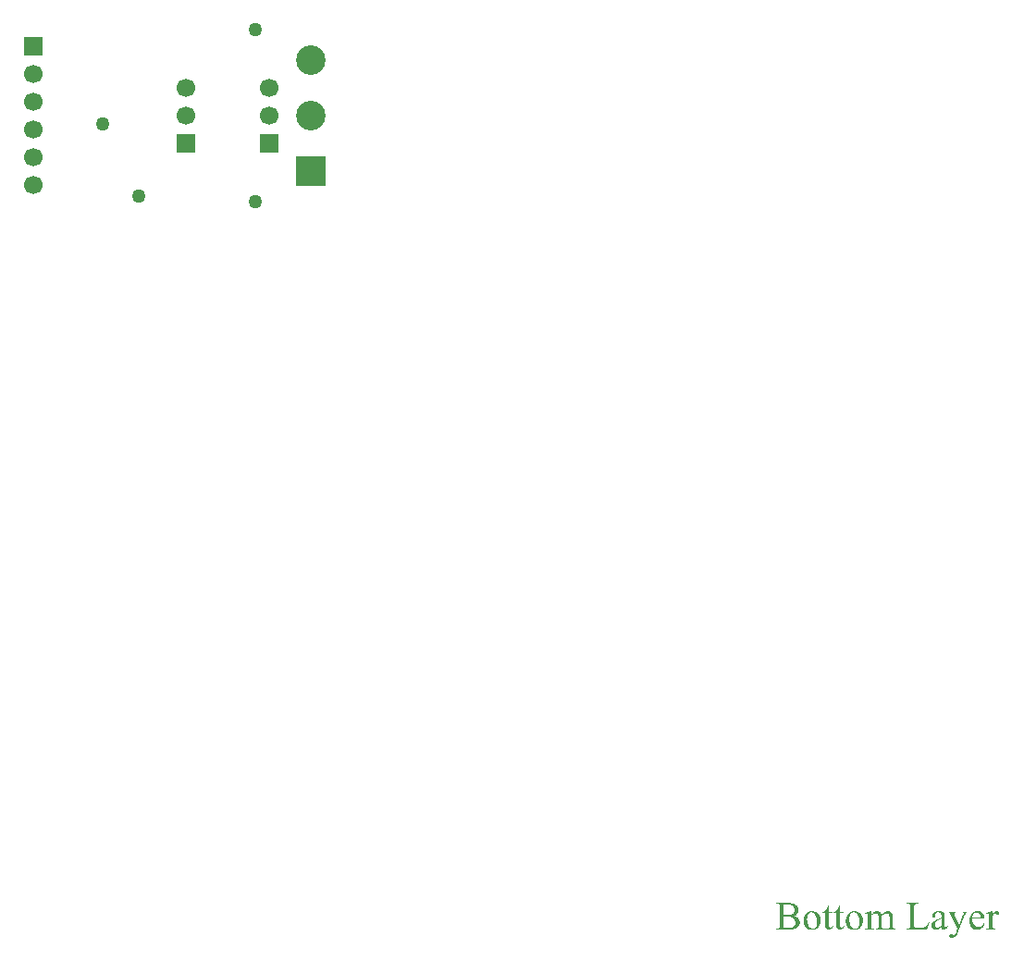
<source format=gbr>
%TF.GenerationSoftware,Altium Limited,Altium Designer,21.3.0 (21)*%
G04 Layer_Physical_Order=2*
G04 Layer_Color=16711680*
%FSLAX45Y45*%
%MOMM*%
%TF.SameCoordinates,798F48EE-B9F3-42F3-8741-5E889E50E555*%
%TF.FilePolarity,Positive*%
%TF.FileFunction,Copper,L2,Bot,Signal*%
%TF.Part,Single*%
G01*
G75*
%TA.AperFunction,ComponentPad*%
%ADD17C,2.70000*%
%ADD18R,2.70000X2.70000*%
%ADD19C,1.70000*%
%ADD20R,1.70000X1.70000*%
%ADD21R,1.70000X1.70000*%
%TA.AperFunction,ViaPad*%
%ADD22C,1.27000*%
G36*
X31001965Y12532677D02*
X31005014Y12532338D01*
X31008401Y12531323D01*
X31012463Y12530307D01*
X31016187Y12528614D01*
X31020251Y12526244D01*
X31020587Y12525905D01*
X31021942Y12524890D01*
X31023636Y12523197D01*
X31026007Y12520827D01*
X31028714Y12517779D01*
X31031424Y12514055D01*
X31034131Y12509653D01*
X31036502Y12504236D01*
X31036841Y12503898D01*
X31037180Y12502205D01*
X31037857Y12499835D01*
X31038531Y12496110D01*
X31039209Y12491709D01*
X31039886Y12485953D01*
X31040564Y12479520D01*
Y12471732D01*
Y12401307D01*
Y12400630D01*
Y12398937D01*
Y12396228D01*
X31040903Y12392843D01*
X31041580Y12385732D01*
X31041919Y12382685D01*
X31042596Y12379977D01*
X31042935Y12379299D01*
X31044290Y12377606D01*
X31046320Y12375575D01*
X31049368Y12373205D01*
X31049707D01*
X31050385Y12372866D01*
X31051398Y12372528D01*
X31053091Y12371851D01*
X31055124Y12371512D01*
X31057831Y12370835D01*
X31061218Y12370496D01*
X31064944D01*
Y12364063D01*
X30984360D01*
Y12370496D01*
X30989438D01*
X30991470Y12370835D01*
X30993839Y12371173D01*
X30998920Y12372189D01*
X31001627Y12373205D01*
X31003998Y12374559D01*
X31004337D01*
X31004675Y12375236D01*
X31006369Y12376591D01*
X31008060Y12379638D01*
X31009076Y12381331D01*
X31009753Y12383701D01*
Y12384039D01*
X31010092Y12384378D01*
Y12385394D01*
X31010431Y12387087D01*
Y12389457D01*
X31010770Y12392504D01*
Y12396228D01*
Y12401307D01*
Y12471394D01*
Y12471732D01*
Y12472409D01*
Y12473425D01*
Y12474779D01*
X31010431Y12478165D01*
X31010092Y12482567D01*
X31009415Y12486968D01*
X31008737Y12491709D01*
X31007385Y12496110D01*
X31005692Y12499835D01*
X31005353Y12500173D01*
X31004337Y12501527D01*
X31002643Y12503559D01*
X31000275Y12505590D01*
X30997226Y12507622D01*
X30993164Y12509653D01*
X30988763Y12511008D01*
X30983344Y12511346D01*
X30981653D01*
X30979959Y12511008D01*
X30977249Y12510669D01*
X30974542Y12509992D01*
X30971155Y12509315D01*
X30967770Y12507961D01*
X30964044Y12506268D01*
X30963708Y12505929D01*
X30962354Y12505252D01*
X30960321Y12504236D01*
X30957611Y12502205D01*
X30954227Y12499835D01*
X30950500Y12496787D01*
X30945761Y12493063D01*
X30941022Y12488661D01*
X30940683Y12486968D01*
X30941360Y12479181D01*
Y12401307D01*
Y12400969D01*
Y12400630D01*
Y12398599D01*
Y12395551D01*
X30941699Y12392165D01*
Y12388441D01*
X30942038Y12385055D01*
X30942377Y12382008D01*
X30943054Y12379977D01*
X30943393Y12379299D01*
X30944745Y12377606D01*
X30946777Y12375575D01*
X30950162Y12373205D01*
X30950500D01*
X30951178Y12372866D01*
X30952533Y12372528D01*
X30954227Y12371851D01*
X30956595Y12371512D01*
X30959644Y12370835D01*
X30963367Y12370496D01*
X30967770D01*
Y12364063D01*
X30885156D01*
Y12370496D01*
X30887186D01*
X30889557Y12370835D01*
X30892267D01*
X30898361Y12371851D01*
X30901068Y12372528D01*
X30903439Y12373543D01*
X30903778D01*
X30904117Y12374221D01*
X30906149Y12375914D01*
X30908517Y12378961D01*
X30910550Y12383362D01*
Y12383701D01*
X30910889Y12384039D01*
Y12385055D01*
X30911227Y12386748D01*
Y12389118D01*
X30911566Y12392165D01*
Y12396228D01*
Y12401307D01*
Y12471394D01*
Y12471732D01*
Y12472409D01*
Y12473425D01*
Y12474779D01*
X30911227Y12478165D01*
X30910889Y12482567D01*
X30910211Y12487307D01*
X30908856Y12492047D01*
X30907501Y12496449D01*
X30905472Y12500173D01*
X30905133Y12500850D01*
X30904117Y12502205D01*
X30902423Y12503898D01*
X30899716Y12506268D01*
X30896667Y12508299D01*
X30892944Y12510331D01*
X30888541Y12511685D01*
X30883463Y12512023D01*
X30881769D01*
X30880078Y12511685D01*
X30877707Y12511346D01*
X30874661Y12510669D01*
X30871613Y12509653D01*
X30867889Y12508299D01*
X30864502Y12506606D01*
X30863824Y12506268D01*
X30862131Y12505252D01*
X30859424Y12503559D01*
X30856039Y12501527D01*
X30852313Y12498819D01*
X30848590Y12495772D01*
X30845203Y12492386D01*
X30841818Y12488661D01*
Y12401307D01*
Y12400969D01*
Y12400630D01*
Y12398599D01*
Y12395890D01*
X30842157Y12392504D01*
Y12389118D01*
X30842834Y12385394D01*
X30843170Y12382347D01*
X30843848Y12379977D01*
Y12379638D01*
X30844186Y12379299D01*
X30845541Y12377268D01*
X30847574Y12374898D01*
X30850281Y12372866D01*
X30850620D01*
X30851297Y12372528D01*
X30852313Y12372189D01*
X30854346Y12371851D01*
X30856714Y12371173D01*
X30859763Y12370835D01*
X30863486Y12370496D01*
X30868228D01*
Y12364063D01*
X30786966D01*
Y12370496D01*
X30790692D01*
X30793060Y12370835D01*
X30798141Y12371512D01*
X30800510Y12372189D01*
X30802542Y12372866D01*
X30802881D01*
X30803220Y12373205D01*
X30805249Y12374559D01*
X30807620Y12376929D01*
X30809653Y12380315D01*
Y12380654D01*
X30809991Y12381331D01*
X30810330Y12383024D01*
X30811005Y12385055D01*
X30811346Y12387764D01*
X30811682Y12391488D01*
X30812021Y12395890D01*
Y12401307D01*
Y12463945D01*
Y12464283D01*
Y12464961D01*
Y12466315D01*
Y12468346D01*
Y12470378D01*
Y12472748D01*
X30811682Y12478504D01*
Y12484260D01*
X30811346Y12490016D01*
X30811005Y12495094D01*
X30810669Y12497126D01*
X30810330Y12498819D01*
Y12499157D01*
X30809991Y12499835D01*
X30809314Y12501866D01*
X30807959Y12504575D01*
X30807281Y12505590D01*
X30806265Y12506606D01*
X30805927Y12506945D01*
X30804236Y12507961D01*
X30801865Y12508638D01*
X30798816Y12508976D01*
X30796786D01*
X30795432Y12508638D01*
X30791708Y12507961D01*
X30786627Y12506606D01*
X30784259Y12513039D01*
X30834030Y12533016D01*
X30841818D01*
Y12497803D01*
X30842157Y12498142D01*
X30842493Y12498480D01*
X30844525Y12500512D01*
X30847574Y12503559D01*
X30850958Y12507283D01*
X30854684Y12510669D01*
X30858069Y12514055D01*
X30860779Y12516764D01*
X30862131Y12517779D01*
X30862808Y12518457D01*
X30863147Y12518795D01*
X30864163Y12519472D01*
X30865857Y12520827D01*
X30867889Y12522181D01*
X30870258Y12523874D01*
X30873306Y12525905D01*
X30879739Y12528953D01*
X30880078Y12529291D01*
X30881430Y12529630D01*
X30883124Y12530307D01*
X30885495Y12530984D01*
X30888541Y12531661D01*
X30891589Y12532338D01*
X30894974Y12533016D01*
X30901068D01*
X30903778Y12532677D01*
X30907501Y12532000D01*
X30911566Y12530645D01*
X30915967Y12529291D01*
X30920367Y12526921D01*
X30924771Y12523874D01*
X30925107Y12523535D01*
X30926462Y12522181D01*
X30928494Y12520149D01*
X30930865Y12517102D01*
X30933234Y12513378D01*
X30935944Y12508976D01*
X30937973Y12503898D01*
X30939667Y12497803D01*
X30940005Y12498142D01*
X30940344Y12498819D01*
X30941360Y12499835D01*
X30942715Y12501189D01*
X30946100Y12504913D01*
X30950500Y12509653D01*
X30955582Y12514394D01*
X30960660Y12518795D01*
X30965738Y12523197D01*
X30968448Y12524890D01*
X30970816Y12526244D01*
X30971494Y12526583D01*
X30973187Y12527260D01*
X30975558Y12528275D01*
X30978943Y12529630D01*
X30983005Y12530984D01*
X30987408Y12532000D01*
X30992148Y12532677D01*
X30997226Y12533016D01*
X30999258D01*
X31001965Y12532677D01*
D02*
G37*
G36*
X31996719D02*
X31999091Y12532338D01*
X32001462Y12531661D01*
X32004507Y12530307D01*
X32007217Y12528953D01*
X32009586Y12526921D01*
X32009924Y12526583D01*
X32010602Y12525905D01*
X32011618Y12524551D01*
X32012973Y12522858D01*
X32014328Y12520827D01*
X32015341Y12518457D01*
X32016019Y12515748D01*
X32016357Y12513039D01*
Y12512701D01*
Y12512023D01*
X32016019Y12510669D01*
X32015680Y12508976D01*
X32014328Y12504913D01*
X32013312Y12503220D01*
X32011618Y12501189D01*
X32011279Y12500850D01*
X32010941Y12500512D01*
X32009924Y12499835D01*
X32008572Y12498819D01*
X32004846Y12497126D01*
X32002814Y12496787D01*
X32000446Y12496449D01*
X31999429D01*
X31998074Y12496787D01*
X31996381Y12497126D01*
X31994012Y12497803D01*
X31991641Y12499157D01*
X31988934Y12500512D01*
X31986224Y12502543D01*
X31985886Y12502882D01*
X31984869Y12503559D01*
X31983517Y12504575D01*
X31981824Y12505929D01*
X31978098Y12507961D01*
X31976404Y12508638D01*
X31974713Y12508976D01*
X31974036D01*
X31972681Y12508638D01*
X31970651Y12507283D01*
X31969296Y12506606D01*
X31967941Y12505252D01*
X31967603Y12504913D01*
X31966586Y12503898D01*
X31964893Y12501866D01*
X31962863Y12499496D01*
X31960492Y12496110D01*
X31957446Y12491709D01*
X31954398Y12486630D01*
X31951349Y12480874D01*
Y12402323D01*
Y12401646D01*
Y12399953D01*
X31951688Y12397583D01*
Y12394536D01*
X31952704Y12387764D01*
X31953720Y12384378D01*
X31954736Y12381669D01*
Y12381331D01*
X31955075Y12380992D01*
X31956769Y12378961D01*
X31959137Y12376252D01*
X31962863Y12373543D01*
X31963202D01*
X31963879Y12373205D01*
X31965231Y12372528D01*
X31967264Y12372189D01*
X31969635Y12371512D01*
X31972681Y12370835D01*
X31976068Y12370496D01*
X31980130D01*
Y12364063D01*
X31895822D01*
Y12370496D01*
X31897855D01*
X31899887Y12370835D01*
X31902594D01*
X31908688Y12372189D01*
X31911737Y12372866D01*
X31914105Y12374221D01*
X31914444D01*
X31914783Y12374898D01*
X31916815Y12376591D01*
X31918848Y12379638D01*
X31920538Y12383701D01*
Y12384039D01*
X31920877Y12384378D01*
Y12385394D01*
X31921216Y12387087D01*
Y12389457D01*
X31921555Y12392504D01*
Y12396228D01*
Y12401307D01*
Y12464622D01*
Y12464961D01*
Y12465976D01*
Y12467331D01*
Y12469024D01*
Y12471394D01*
Y12473764D01*
Y12479520D01*
X31921216Y12485276D01*
X31920877Y12491031D01*
Y12493401D01*
X31920538Y12495433D01*
Y12497126D01*
X31920200Y12498480D01*
Y12498819D01*
X31919861Y12499496D01*
X31919186Y12501527D01*
X31917831Y12504236D01*
X31915799Y12506606D01*
X31915121Y12506945D01*
X31913766Y12507961D01*
X31911398Y12508638D01*
X31908011Y12508976D01*
X31905981D01*
X31904288Y12508638D01*
X31900562Y12507961D01*
X31895483Y12506606D01*
X31893790Y12513039D01*
X31943564Y12533016D01*
X31951349D01*
Y12495772D01*
X31951688Y12496110D01*
X31952365Y12497464D01*
X31953381Y12499157D01*
X31954736Y12501527D01*
X31956769Y12504575D01*
X31958798Y12507622D01*
X31964215Y12514394D01*
X31970651Y12521165D01*
X31974036Y12524551D01*
X31977759Y12527260D01*
X31981485Y12529630D01*
X31985208Y12531323D01*
X31989273Y12532677D01*
X31993335Y12533016D01*
X31995026D01*
X31996719Y12532677D01*
D02*
G37*
G36*
X31726532Y12521842D02*
X31726193D01*
X31725516Y12521504D01*
X31724161D01*
X31722809Y12521165D01*
X31719421Y12520149D01*
X31716373Y12518795D01*
X31715698Y12518457D01*
X31714005Y12517102D01*
X31711633Y12514394D01*
X31709940Y12512701D01*
X31708588Y12510669D01*
X31708249Y12509992D01*
X31707910Y12509315D01*
X31707233Y12507961D01*
X31706216Y12506268D01*
X31705200Y12503898D01*
X31704187Y12500850D01*
X31702493Y12497126D01*
X31635452Y12333252D01*
Y12332914D01*
X31635114Y12332236D01*
X31634439Y12330882D01*
X31633759Y12329528D01*
X31632745Y12327496D01*
X31631729Y12325126D01*
X31628683Y12320047D01*
X31624957Y12313953D01*
X31620895Y12308197D01*
X31615817Y12302441D01*
X31610059Y12297363D01*
X31609384Y12296685D01*
X31607352Y12295331D01*
X31604303Y12293300D01*
X31600580Y12291268D01*
X31595840Y12288898D01*
X31591098Y12286866D01*
X31585681Y12285512D01*
X31580264Y12284835D01*
X31578571D01*
X31576541Y12285174D01*
X31574170Y12285512D01*
X31571460Y12286528D01*
X31568414Y12287544D01*
X31565704Y12289237D01*
X31562997Y12291268D01*
X31562659Y12291607D01*
X31561981Y12292284D01*
X31560965Y12293638D01*
X31559610Y12295331D01*
X31558258Y12297363D01*
X31557242Y12299733D01*
X31556564Y12302441D01*
X31556226Y12305150D01*
Y12305488D01*
Y12306504D01*
X31556564Y12307859D01*
X31556903Y12309551D01*
X31558258Y12313614D01*
X31559271Y12315307D01*
X31560965Y12317339D01*
X31561304Y12317677D01*
X31561981Y12318016D01*
X31562997Y12318693D01*
X31564352Y12319709D01*
X31566382Y12320386D01*
X31568753Y12321063D01*
X31571460Y12321402D01*
X31574509Y12321740D01*
X31575525D01*
X31576880Y12321402D01*
X31578571D01*
X31580942Y12320725D01*
X31583649Y12320047D01*
X31586697Y12319370D01*
X31590421Y12318016D01*
X31590762D01*
X31591437Y12317677D01*
X31592792Y12317339D01*
X31594147Y12316662D01*
X31597195Y12315646D01*
X31598209Y12315307D01*
X31600241D01*
X31601257Y12315646D01*
X31602612Y12315985D01*
X31604642Y12316662D01*
X31606674Y12317677D01*
X31608704Y12319032D01*
X31611075Y12321063D01*
X31611414Y12321402D01*
X31612091Y12322079D01*
X31613446Y12323772D01*
X31615137Y12325803D01*
X31617169Y12328512D01*
X31619202Y12332236D01*
X31621573Y12336977D01*
X31623941Y12342394D01*
X31635452Y12370835D01*
X31576541Y12494079D01*
Y12494417D01*
X31576202Y12495094D01*
X31575525Y12496449D01*
X31574509Y12498142D01*
X31573154Y12500173D01*
X31571799Y12502543D01*
X31568076Y12507961D01*
X31567737Y12508299D01*
X31567398Y12508976D01*
X31566382Y12509992D01*
X31565366Y12511346D01*
X31562997Y12514394D01*
X31561642Y12515748D01*
X31560626Y12516764D01*
X31560287D01*
X31559949Y12517102D01*
X31558932Y12517779D01*
X31557581Y12518457D01*
X31555548Y12519134D01*
X31553516Y12520149D01*
X31550470Y12520827D01*
X31547421Y12521842D01*
Y12528275D01*
X31623941D01*
Y12521842D01*
X31618863D01*
X31617508Y12521504D01*
X31615817D01*
X31611752Y12520149D01*
X31609720Y12519472D01*
X31608029Y12518118D01*
X31607352Y12517441D01*
X31605997Y12515748D01*
X31604642Y12513039D01*
X31604303Y12511346D01*
X31603964Y12509315D01*
Y12508976D01*
Y12507961D01*
X31604303Y12506606D01*
X31604642Y12504236D01*
X31605319Y12501527D01*
X31606674Y12498480D01*
X31608029Y12494417D01*
X31610059Y12490016D01*
X31650012Y12407063D01*
X31686917Y12497803D01*
Y12498142D01*
X31687256Y12499157D01*
X31687933Y12500512D01*
X31688611Y12502543D01*
X31689627Y12506945D01*
X31689966Y12512362D01*
Y12513039D01*
Y12514394D01*
X31689288Y12516086D01*
X31688611Y12517441D01*
X31688272Y12517779D01*
X31687595Y12518457D01*
X31686240Y12519472D01*
X31684210Y12520488D01*
X31683533Y12520827D01*
X31682855D01*
X31681839Y12521165D01*
X31680145Y12521504D01*
X31678452D01*
X31676083Y12521842D01*
X31673376D01*
Y12528275D01*
X31726532D01*
Y12521842D01*
D02*
G37*
G36*
X31275879Y12600393D02*
X31272833D01*
X31269107Y12600055D01*
X31265045D01*
X31260641Y12599378D01*
X31255902Y12598700D01*
X31251840Y12598023D01*
X31248453Y12596669D01*
X31248117D01*
X31247101Y12595992D01*
X31245746Y12595315D01*
X31244391Y12593960D01*
X31240668Y12591252D01*
X31239313Y12589220D01*
X31237958Y12587189D01*
Y12586850D01*
X31237619Y12586173D01*
X31237280Y12584480D01*
X31236603Y12581771D01*
X31236264Y12578386D01*
X31235587Y12573645D01*
Y12570937D01*
X31235248Y12567890D01*
Y12564165D01*
Y12560441D01*
Y12407402D01*
Y12406724D01*
Y12405032D01*
Y12402323D01*
X31235587Y12399276D01*
X31236264Y12392504D01*
X31236942Y12389457D01*
X31237958Y12386748D01*
X31238297Y12386071D01*
X31239651Y12384717D01*
X31241684Y12383024D01*
X31244391Y12381331D01*
X31244730D01*
X31245407Y12380992D01*
X31247101Y12380654D01*
X31249808D01*
X31253195Y12380315D01*
X31255563Y12379977D01*
X31258273D01*
X31261319Y12379638D01*
X31297211D01*
X31299918Y12379977D01*
X31305673Y12380315D01*
X31312109Y12380654D01*
X31318542Y12381331D01*
X31324634Y12382347D01*
X31327005Y12383024D01*
X31329376Y12383701D01*
X31330051Y12384039D01*
X31331406Y12384378D01*
X31333438Y12385394D01*
X31336148Y12387087D01*
X31339532Y12389118D01*
X31342920Y12391488D01*
X31346643Y12394536D01*
X31350031Y12398260D01*
X31350366Y12398599D01*
X31351721Y12400291D01*
X31353415Y12402662D01*
X31356122Y12406386D01*
X31358832Y12411126D01*
X31361880Y12416543D01*
X31365604Y12423654D01*
X31368988Y12431441D01*
X31374744Y12430087D01*
X31354092Y12364063D01*
X31165839D01*
Y12370835D01*
X31177353D01*
X31180060Y12371512D01*
X31183109Y12372189D01*
X31186832Y12373205D01*
X31190558Y12374898D01*
X31193942Y12377268D01*
X31196652Y12380654D01*
X31196991Y12380992D01*
X31197327Y12382008D01*
X31198004Y12383701D01*
X31198682Y12386071D01*
X31199359Y12389795D01*
X31200037Y12394197D01*
X31200714Y12399953D01*
Y12403339D01*
Y12407063D01*
Y12564165D01*
Y12564504D01*
Y12565181D01*
Y12566197D01*
Y12567890D01*
X31200375Y12571614D01*
X31200037Y12576015D01*
X31199359Y12580756D01*
X31198682Y12585496D01*
X31197327Y12589559D01*
X31196652Y12590913D01*
X31195636Y12592267D01*
X31195297Y12592606D01*
X31194281Y12593622D01*
X31192587Y12594976D01*
X31190219Y12596330D01*
X31187509Y12597685D01*
X31183786Y12599039D01*
X31179382Y12600055D01*
X31174643Y12600393D01*
X31165839D01*
Y12607165D01*
X31275879D01*
Y12600393D01*
D02*
G37*
G36*
X30086780Y12606826D02*
X30093552Y12606488D01*
X30101001Y12606149D01*
X30109125Y12605472D01*
X30116913Y12604118D01*
X30124023Y12602763D01*
X30124362D01*
X30125378Y12602425D01*
X30126733Y12602086D01*
X30128424Y12601409D01*
X30130795Y12600732D01*
X30133167Y12599716D01*
X30139261Y12597346D01*
X30145694Y12594299D01*
X30152463Y12590236D01*
X30159235Y12585496D01*
X30164993Y12579740D01*
X30165329Y12579401D01*
X30165668Y12579063D01*
X30166345Y12578047D01*
X30167361Y12577031D01*
X30169394Y12573645D01*
X30172101Y12568905D01*
X30174811Y12563488D01*
X30176843Y12557055D01*
X30178534Y12549945D01*
X30179211Y12542157D01*
Y12541819D01*
Y12541480D01*
Y12540464D01*
Y12539110D01*
X30178534Y12535724D01*
X30177859Y12531323D01*
X30176505Y12526244D01*
X30174472Y12520488D01*
X30171762Y12515071D01*
X30168039Y12509315D01*
X30167361Y12508638D01*
X30166006Y12506945D01*
X30163300Y12504575D01*
X30159912Y12501189D01*
X30155173Y12497803D01*
X30149417Y12494417D01*
X30142984Y12491031D01*
X30135196Y12487984D01*
X30135535D01*
X30136212Y12487646D01*
X30137567Y12487307D01*
X30139261Y12486968D01*
X30141290Y12486291D01*
X30143661Y12485614D01*
X30149417Y12483921D01*
X30155511Y12481551D01*
X30161606Y12478842D01*
X30167700Y12475118D01*
X30172778Y12471055D01*
X30173117Y12470716D01*
X30173456Y12470378D01*
X30174472Y12469362D01*
X30175488Y12468008D01*
X30178195Y12464622D01*
X30181583Y12459882D01*
X30184967Y12453787D01*
X30187677Y12447016D01*
X30189709Y12439228D01*
X30190048Y12434827D01*
X30190384Y12430425D01*
Y12430087D01*
Y12429748D01*
Y12428732D01*
Y12427378D01*
X30189709Y12423992D01*
X30189032Y12419252D01*
X30187677Y12414173D01*
X30185645Y12408417D01*
X30182599Y12401984D01*
X30178873Y12395890D01*
Y12395551D01*
X30178195Y12395213D01*
X30176843Y12393181D01*
X30174133Y12390134D01*
X30170749Y12386748D01*
X30166006Y12382685D01*
X30160590Y12378622D01*
X30154495Y12374898D01*
X30147385Y12371512D01*
X30147046D01*
X30146371Y12371173D01*
X30145355Y12370835D01*
X30143661Y12370496D01*
X30141629Y12369819D01*
X30138922Y12369142D01*
X30135873Y12368465D01*
X30132150Y12367788D01*
X30128085Y12367110D01*
X30123685Y12366433D01*
X30118607Y12365756D01*
X30113190Y12365079D01*
X30107434Y12364740D01*
X30101001Y12364402D01*
X30093890Y12364063D01*
X29972000D01*
Y12370835D01*
X29983173D01*
X29985883Y12371512D01*
X29989267Y12372189D01*
X29992654Y12373205D01*
X29996378Y12374898D01*
X29999765Y12377268D01*
X30002472Y12380315D01*
X30002811Y12380654D01*
X30003149Y12381669D01*
X30003827Y12383362D01*
X30004843Y12386071D01*
X30005521Y12389457D01*
X30006198Y12394197D01*
X30006534Y12399953D01*
X30006873Y12403339D01*
Y12407063D01*
Y12564165D01*
Y12564504D01*
Y12565181D01*
Y12566197D01*
Y12567890D01*
X30006534Y12571614D01*
X30006198Y12576015D01*
X30005521Y12580756D01*
X30004504Y12585496D01*
X30003149Y12589559D01*
X30002472Y12590913D01*
X30001456Y12592267D01*
X30001117Y12592606D01*
X30000101Y12593622D01*
X29998749Y12594976D01*
X29996378Y12596330D01*
X29993332Y12597685D01*
X29989944Y12599039D01*
X29985544Y12600055D01*
X29980804Y12600393D01*
X29972000D01*
Y12607165D01*
X30084070D01*
X30086780Y12606826D01*
D02*
G37*
G36*
X30555038Y12528275D02*
X30593298D01*
Y12516086D01*
X30555038Y12515748D01*
Y12409095D01*
Y12408756D01*
Y12408417D01*
Y12406386D01*
X30555377Y12403677D01*
X30555716Y12400291D01*
X30556055Y12396567D01*
X30557071Y12393181D01*
X30558084Y12389795D01*
X30559439Y12387425D01*
X30559778Y12387087D01*
X30560117Y12386748D01*
X30561133Y12385732D01*
X30562488Y12384717D01*
X30566211Y12383024D01*
X30568582Y12382347D01*
X30570953Y12382008D01*
X30571967D01*
X30573322Y12382347D01*
X30574677D01*
X30578400Y12383362D01*
X30582462Y12385394D01*
X30582803Y12385732D01*
X30583478Y12386071D01*
X30584494Y12387087D01*
X30585849Y12388102D01*
X30587204Y12389795D01*
X30588559Y12391827D01*
X30589911Y12393858D01*
X30591266Y12396567D01*
X30598376D01*
Y12396228D01*
X30598038Y12395890D01*
X30597360Y12393858D01*
X30595667Y12390473D01*
X30593637Y12386748D01*
X30591266Y12382347D01*
X30588220Y12377945D01*
X30584494Y12373882D01*
X30580432Y12370158D01*
X30580093Y12369819D01*
X30578400Y12368803D01*
X30576031Y12367449D01*
X30573322Y12365756D01*
X30569598Y12364063D01*
X30565533Y12362709D01*
X30561133Y12361693D01*
X30556732Y12361355D01*
X30555377D01*
X30553683Y12361693D01*
X30551651Y12362032D01*
X30549283Y12362370D01*
X30546573Y12363386D01*
X30543527Y12364402D01*
X30540479Y12365756D01*
X30540140Y12366095D01*
X30539124Y12366772D01*
X30537772Y12367788D01*
X30536078Y12369142D01*
X30534384Y12371173D01*
X30532352Y12373205D01*
X30530661Y12375914D01*
X30528967Y12378961D01*
Y12379299D01*
X30528290Y12380654D01*
X30527951Y12382685D01*
X30527274Y12385394D01*
X30526596Y12389118D01*
X30525919Y12393520D01*
X30525583Y12398937D01*
X30525244Y12405370D01*
Y12516086D01*
X30499173D01*
Y12521504D01*
X30499512Y12521842D01*
X30500864Y12522181D01*
X30502896Y12523197D01*
X30505267Y12524551D01*
X30508313Y12526583D01*
X30511700Y12528953D01*
X30515424Y12531661D01*
X30519150Y12534708D01*
X30519489Y12535047D01*
X30520840Y12536401D01*
X30522873Y12538433D01*
X30525583Y12541142D01*
X30528290Y12544189D01*
X30531339Y12548252D01*
X30534723Y12552315D01*
X30537772Y12557055D01*
X30538110Y12557393D01*
X30538449Y12558409D01*
X30539462Y12560102D01*
X30540817Y12562811D01*
X30542511Y12566197D01*
X30544543Y12570598D01*
X30546912Y12575677D01*
X30549622Y12582110D01*
X30555038D01*
Y12528275D01*
D02*
G37*
G36*
X30453125D02*
X30491385D01*
Y12516086D01*
X30453125Y12515748D01*
Y12409095D01*
Y12408756D01*
Y12408417D01*
Y12406386D01*
X30453464Y12403677D01*
X30453802Y12400291D01*
X30454141Y12396567D01*
X30455157Y12393181D01*
X30456171Y12389795D01*
X30457526Y12387425D01*
X30457864Y12387087D01*
X30458203Y12386748D01*
X30459219Y12385732D01*
X30460574Y12384717D01*
X30464297Y12383024D01*
X30466669Y12382347D01*
X30469037Y12382008D01*
X30470053D01*
X30471408Y12382347D01*
X30472763D01*
X30476486Y12383362D01*
X30480551Y12385394D01*
X30480890Y12385732D01*
X30481567Y12386071D01*
X30482581Y12387087D01*
X30483936Y12388102D01*
X30485291Y12389795D01*
X30486646Y12391827D01*
X30488000Y12393858D01*
X30489352Y12396567D01*
X30496463D01*
Y12396228D01*
X30496124Y12395890D01*
X30495447Y12393858D01*
X30493756Y12390473D01*
X30491724Y12386748D01*
X30489352Y12382347D01*
X30486307Y12377945D01*
X30482581Y12373882D01*
X30478519Y12370158D01*
X30478180Y12369819D01*
X30476486Y12368803D01*
X30474118Y12367449D01*
X30471408Y12365756D01*
X30467685Y12364063D01*
X30463620Y12362709D01*
X30459219Y12361693D01*
X30454819Y12361355D01*
X30453464D01*
X30451770Y12361693D01*
X30449738Y12362032D01*
X30447369Y12362370D01*
X30444659Y12363386D01*
X30441614Y12364402D01*
X30438565Y12365756D01*
X30438226Y12366095D01*
X30437213Y12366772D01*
X30435858Y12367788D01*
X30434164Y12369142D01*
X30432471Y12371173D01*
X30430441Y12373205D01*
X30428748Y12375914D01*
X30427054Y12378961D01*
Y12379299D01*
X30426376Y12380654D01*
X30426038Y12382685D01*
X30425360Y12385394D01*
X30424683Y12389118D01*
X30424008Y12393520D01*
X30423669Y12398937D01*
X30423331Y12405370D01*
Y12516086D01*
X30397260D01*
Y12521504D01*
X30397598Y12521842D01*
X30398953Y12522181D01*
X30400983Y12523197D01*
X30403354Y12524551D01*
X30406400Y12526583D01*
X30409787Y12528953D01*
X30413510Y12531661D01*
X30417236Y12534708D01*
X30417575Y12535047D01*
X30418927Y12536401D01*
X30420959Y12538433D01*
X30423669Y12541142D01*
X30426376Y12544189D01*
X30429425Y12548252D01*
X30432809Y12552315D01*
X30435858Y12557055D01*
X30436197Y12557393D01*
X30436536Y12558409D01*
X30437549Y12560102D01*
X30438904Y12562811D01*
X30440598Y12566197D01*
X30442630Y12570598D01*
X30444998Y12575677D01*
X30447708Y12582110D01*
X30453125D01*
Y12528275D01*
D02*
G37*
G36*
X31466840Y12532677D02*
X31469211D01*
X31474289Y12532000D01*
X31479706Y12531323D01*
X31485800Y12529968D01*
X31491895Y12527937D01*
X31497311Y12525567D01*
X31497650Y12525228D01*
X31499005Y12524551D01*
X31501035Y12523197D01*
X31503067Y12521165D01*
X31505777Y12518795D01*
X31508484Y12515748D01*
X31510855Y12512362D01*
X31512888Y12508299D01*
Y12507961D01*
X31513565Y12506606D01*
X31513901Y12504575D01*
X31514581Y12501527D01*
X31515256Y12497126D01*
X31515594Y12491709D01*
X31515933Y12488661D01*
X31516272Y12484937D01*
Y12481213D01*
Y12476811D01*
Y12420945D01*
Y12420606D01*
Y12419929D01*
Y12418913D01*
Y12417221D01*
Y12413158D01*
Y12408756D01*
X31516611Y12403677D01*
Y12398937D01*
Y12394874D01*
X31516949Y12393520D01*
Y12392165D01*
Y12391827D01*
X31517288Y12391488D01*
X31517627Y12389457D01*
X31518643Y12387087D01*
X31519998Y12385394D01*
X31520334Y12385055D01*
X31521350Y12384717D01*
X31522705Y12384039D01*
X31524738Y12383701D01*
X31526431D01*
X31528122Y12384039D01*
X31529816Y12384717D01*
X31530154D01*
X31530493Y12385394D01*
X31531509Y12386071D01*
X31533203Y12387425D01*
X31534894Y12389118D01*
X31537604Y12391150D01*
X31540649Y12394197D01*
X31544376Y12397921D01*
Y12387764D01*
X31544037Y12387425D01*
X31543359Y12386748D01*
X31542343Y12385394D01*
X31540988Y12383701D01*
X31538956Y12381669D01*
X31536926Y12379299D01*
X31531848Y12374559D01*
X31526089Y12369480D01*
X31519659Y12365079D01*
X31516272Y12363386D01*
X31512888Y12362032D01*
X31509500Y12361355D01*
X31506116Y12361016D01*
X31504761D01*
X31503067Y12361355D01*
X31501035Y12361693D01*
X31498666Y12362370D01*
X31496295Y12363386D01*
X31493927Y12364740D01*
X31491895Y12366772D01*
X31491556Y12367110D01*
X31491217Y12368126D01*
X31490201Y12369480D01*
X31489526Y12371512D01*
X31488510Y12374559D01*
X31487494Y12377945D01*
X31487155Y12382347D01*
X31486816Y12387425D01*
X31486478Y12387087D01*
X31485800Y12386748D01*
X31484445Y12385732D01*
X31482755Y12384378D01*
X31478351Y12381331D01*
X31473273Y12377268D01*
X31467856Y12373543D01*
X31462778Y12369819D01*
X31458374Y12366772D01*
X31456342Y12365756D01*
X31454990Y12365079D01*
X31454651Y12364740D01*
X31453296Y12364402D01*
X31451266Y12363725D01*
X31448895Y12363047D01*
X31445508Y12362032D01*
X31442123Y12361355D01*
X31438400Y12361016D01*
X31434335Y12360677D01*
X31433658D01*
X31431628Y12361016D01*
X31428241Y12361355D01*
X31424518Y12362032D01*
X31420114Y12363386D01*
X31415375Y12365417D01*
X31410635Y12368465D01*
X31406232Y12372189D01*
X31405896Y12372866D01*
X31404541Y12374221D01*
X31402847Y12376929D01*
X31400815Y12380315D01*
X31398785Y12384717D01*
X31397092Y12389795D01*
X31395737Y12395890D01*
X31395398Y12402662D01*
Y12403339D01*
Y12404693D01*
X31395737Y12407063D01*
X31396075Y12409772D01*
X31396753Y12413158D01*
X31397430Y12416543D01*
X31398785Y12420268D01*
X31400476Y12423654D01*
X31400815Y12424331D01*
X31401831Y12425685D01*
X31403864Y12428055D01*
X31406573Y12431102D01*
X31409958Y12434488D01*
X31414359Y12438213D01*
X31419778Y12442276D01*
X31426208Y12446339D01*
X31426547D01*
X31427225Y12446677D01*
X31428241Y12447354D01*
X31429596Y12448370D01*
X31431628Y12449386D01*
X31434335Y12450740D01*
X31437045Y12452094D01*
X31440768Y12453787D01*
X31444492Y12455480D01*
X31448895Y12457512D01*
X31453973Y12459882D01*
X31459390Y12461913D01*
X31465485Y12464622D01*
X31471918Y12466992D01*
X31479028Y12470039D01*
X31486816Y12472748D01*
Y12479181D01*
Y12479520D01*
Y12480197D01*
Y12481551D01*
Y12483244D01*
X31486478Y12485276D01*
Y12487307D01*
X31485800Y12492386D01*
X31484784Y12498142D01*
X31483429Y12503559D01*
X31481738Y12508638D01*
X31480383Y12510669D01*
X31479028Y12512701D01*
X31478690Y12513039D01*
X31477673Y12514055D01*
X31475644Y12515748D01*
X31473273Y12517441D01*
X31470224Y12519134D01*
X31466162Y12520827D01*
X31461761Y12521842D01*
X31456342Y12522181D01*
X31454651D01*
X31452618Y12521842D01*
X31449911Y12521504D01*
X31447202Y12520488D01*
X31444156Y12519472D01*
X31441107Y12517779D01*
X31438400Y12515748D01*
X31438062Y12515409D01*
X31437384Y12514732D01*
X31436368Y12513378D01*
X31435013Y12511685D01*
X31433658Y12509653D01*
X31432642Y12507283D01*
X31431967Y12504575D01*
X31431628Y12501866D01*
X31432303Y12491370D01*
Y12491031D01*
Y12490016D01*
X31431967Y12488661D01*
X31431628Y12486630D01*
X31430612Y12482567D01*
X31429257Y12480535D01*
X31427902Y12478842D01*
X31427563Y12478504D01*
X31427225Y12478165D01*
X31426208Y12477488D01*
X31424854Y12476811D01*
X31421469Y12475118D01*
X31419098Y12474779D01*
X31416730Y12474441D01*
X31415714D01*
X31414359Y12474779D01*
X31413004Y12475118D01*
X31409619Y12476472D01*
X31407587Y12477488D01*
X31405896Y12478842D01*
Y12479181D01*
X31405219Y12479858D01*
X31404541Y12480874D01*
X31403864Y12482228D01*
X31403186Y12483921D01*
X31402509Y12486291D01*
X31402170Y12489000D01*
X31401831Y12491709D01*
Y12492047D01*
Y12492386D01*
X31402170Y12494417D01*
X31402509Y12497126D01*
X31403864Y12500850D01*
X31405557Y12505252D01*
X31408264Y12509992D01*
X31412329Y12515071D01*
X31414697Y12517441D01*
X31417407Y12519811D01*
X31417746D01*
X31418085Y12520488D01*
X31419098Y12521165D01*
X31420453Y12521842D01*
X31421808Y12522858D01*
X31423840Y12523874D01*
X31426208Y12525228D01*
X31428918Y12526583D01*
X31435013Y12528953D01*
X31442462Y12530984D01*
X31451266Y12532338D01*
X31461423Y12533016D01*
X31465146D01*
X31466840Y12532677D01*
D02*
G37*
G36*
X31822690D02*
X31825058Y12532338D01*
X31827768Y12532000D01*
X31834201Y12530645D01*
X31841312Y12528614D01*
X31848761Y12525228D01*
X31852484Y12523197D01*
X31856210Y12520827D01*
X31859933Y12518118D01*
X31863318Y12514732D01*
X31863657Y12514394D01*
X31863995Y12514055D01*
X31865012Y12512701D01*
X31866028Y12511346D01*
X31867383Y12509653D01*
X31869073Y12507283D01*
X31870767Y12504913D01*
X31872461Y12501866D01*
X31873816Y12498480D01*
X31875507Y12494756D01*
X31877200Y12490693D01*
X31878555Y12486630D01*
X31880588Y12476811D01*
X31880927Y12471394D01*
X31881265Y12465976D01*
X31767838D01*
Y12465638D01*
Y12464283D01*
Y12462591D01*
X31768179Y12459882D01*
Y12456835D01*
X31768854Y12453449D01*
X31769193Y12449386D01*
X31769870Y12444984D01*
X31771902Y12435843D01*
X31775287Y12426362D01*
X31777319Y12421622D01*
X31779688Y12417221D01*
X31782397Y12412819D01*
X31785446Y12408756D01*
X31785785Y12408417D01*
X31786121Y12407740D01*
X31787137Y12406724D01*
X31788492Y12405709D01*
X31790186Y12404016D01*
X31792554Y12402323D01*
X31797296Y12398599D01*
X31803729Y12394536D01*
X31810840Y12391488D01*
X31814563Y12390134D01*
X31818625Y12389118D01*
X31823029Y12388441D01*
X31827429Y12388102D01*
X31830139D01*
X31833185Y12388441D01*
X31836911Y12389118D01*
X31841312Y12390134D01*
X31846051Y12391827D01*
X31850793Y12393858D01*
X31855533Y12396567D01*
X31856210Y12396906D01*
X31857562Y12398260D01*
X31859933Y12400630D01*
X31862643Y12403677D01*
X31866028Y12408079D01*
X31869415Y12413158D01*
X31872800Y12419591D01*
X31875848Y12427378D01*
X31881265Y12423654D01*
Y12423315D01*
X31880927Y12422638D01*
Y12421284D01*
X31880249Y12419591D01*
X31879910Y12417221D01*
X31878894Y12414850D01*
X31876862Y12408756D01*
X31874155Y12401984D01*
X31870428Y12394536D01*
X31865350Y12386748D01*
X31859256Y12378961D01*
X31858917Y12378622D01*
X31858578Y12377945D01*
X31857562Y12377268D01*
X31855869Y12375914D01*
X31854178Y12374221D01*
X31852145Y12372528D01*
X31849777Y12370835D01*
X31846729Y12369142D01*
X31840295Y12365417D01*
X31832507Y12362032D01*
X31828107Y12360677D01*
X31823706Y12360000D01*
X31818964Y12359323D01*
X31813885Y12358984D01*
X31811176D01*
X31808807Y12359323D01*
X31806436Y12359662D01*
X31803391Y12360339D01*
X31800003Y12361016D01*
X31796619Y12361693D01*
X31788492Y12364402D01*
X31784430Y12366433D01*
X31780029Y12368465D01*
X31775964Y12371173D01*
X31771564Y12374221D01*
X31767499Y12377606D01*
X31763437Y12381669D01*
X31763098Y12382008D01*
X31762421Y12382685D01*
X31761407Y12384039D01*
X31760052Y12385732D01*
X31758698Y12388102D01*
X31756665Y12391150D01*
X31754974Y12394197D01*
X31752942Y12397921D01*
X31750909Y12402323D01*
X31749216Y12407063D01*
X31747186Y12412142D01*
X31745831Y12417559D01*
X31744476Y12423315D01*
X31743460Y12429748D01*
X31742783Y12436520D01*
X31742444Y12443630D01*
Y12443969D01*
Y12445323D01*
Y12447693D01*
X31742783Y12450740D01*
X31743121Y12454126D01*
X31743460Y12458189D01*
X31744138Y12462591D01*
X31745154Y12467669D01*
X31747525Y12478165D01*
X31749554Y12483583D01*
X31751587Y12489000D01*
X31753958Y12494417D01*
X31756665Y12499835D01*
X31760052Y12504575D01*
X31763776Y12509315D01*
X31764114Y12509653D01*
X31764792Y12510331D01*
X31766147Y12511346D01*
X31767838Y12513039D01*
X31769870Y12514732D01*
X31772241Y12516764D01*
X31775287Y12519134D01*
X31778674Y12521165D01*
X31782397Y12523535D01*
X31786462Y12525567D01*
X31790863Y12527598D01*
X31795941Y12529291D01*
X31801019Y12530984D01*
X31806436Y12532000D01*
X31811856Y12532677D01*
X31817950Y12533016D01*
X31820657D01*
X31822690Y12532677D01*
D02*
G37*
G36*
X30693179D02*
X30695551D01*
X30698935Y12532000D01*
X30702322Y12531661D01*
X30706384Y12530645D01*
X30710785Y12529630D01*
X30715527Y12527937D01*
X30720605Y12526244D01*
X30725345Y12523874D01*
X30730423Y12521165D01*
X30735501Y12517779D01*
X30740244Y12514055D01*
X30744983Y12509653D01*
X30749384Y12504575D01*
X30749722Y12504236D01*
X30750061Y12503559D01*
X30751077Y12502205D01*
X30752432Y12500173D01*
X30753787Y12498142D01*
X30755478Y12495094D01*
X30757172Y12492047D01*
X30759204Y12488661D01*
X30760895Y12484598D01*
X30762589Y12480197D01*
X30765637Y12470716D01*
X30766992Y12465638D01*
X30768005Y12460220D01*
X30768344Y12454803D01*
X30768683Y12449047D01*
Y12448709D01*
Y12448031D01*
Y12447016D01*
Y12445323D01*
X30768344Y12443291D01*
X30768005Y12440921D01*
X30767328Y12435165D01*
X30765976Y12428394D01*
X30764282Y12420945D01*
X30761572Y12412819D01*
X30757849Y12404354D01*
Y12404016D01*
X30757510Y12403339D01*
X30756833Y12402323D01*
X30755817Y12400630D01*
X30753448Y12396567D01*
X30750400Y12391488D01*
X30745999Y12386071D01*
X30741257Y12380315D01*
X30735501Y12374898D01*
X30728732Y12370158D01*
X30728391D01*
X30728055Y12369819D01*
X30727039Y12369142D01*
X30725345Y12368465D01*
X30723651Y12367449D01*
X30721622Y12366772D01*
X30716541Y12364740D01*
X30710446Y12362370D01*
X30703336Y12360677D01*
X30695889Y12359323D01*
X30687424Y12358984D01*
X30685730D01*
X30684039Y12359323D01*
X30681329D01*
X30678281Y12360000D01*
X30674557Y12360677D01*
X30670496Y12361355D01*
X30666092Y12362709D01*
X30661691Y12364402D01*
X30656952Y12366095D01*
X30651874Y12368465D01*
X30647134Y12371512D01*
X30642053Y12374898D01*
X30637314Y12378622D01*
X30632913Y12383362D01*
X30628510Y12388441D01*
X30628171Y12388780D01*
X30627832Y12389457D01*
X30626819Y12390811D01*
X30625803Y12392843D01*
X30624448Y12395213D01*
X30622754Y12397921D01*
X30621063Y12400969D01*
X30619370Y12404693D01*
X30617676Y12408756D01*
X30615982Y12412819D01*
X30612936Y12422299D01*
X30610904Y12433134D01*
X30610565Y12438551D01*
X30610226Y12444307D01*
Y12444646D01*
Y12445323D01*
Y12446677D01*
X30610565Y12448370D01*
Y12450402D01*
X30610904Y12452772D01*
X30611581Y12458528D01*
X30612936Y12465299D01*
X30614966Y12472748D01*
X30617676Y12480874D01*
X30621399Y12489338D01*
Y12489677D01*
X30622076Y12490354D01*
X30622415Y12491370D01*
X30623431Y12493063D01*
X30625803Y12497126D01*
X30629187Y12501866D01*
X30633588Y12507283D01*
X30638669Y12512701D01*
X30644424Y12517779D01*
X30650858Y12522181D01*
X30651196D01*
X30651535Y12522520D01*
X30652551Y12523197D01*
X30653903Y12523874D01*
X30657629Y12525567D01*
X30662708Y12527598D01*
X30668463Y12529630D01*
X30674896Y12531323D01*
X30682007Y12532677D01*
X30689456Y12533016D01*
X30691147D01*
X30693179Y12532677D01*
D02*
G37*
G36*
X30305841D02*
X30308212D01*
X30311597Y12532000D01*
X30314984Y12531661D01*
X30319046Y12530645D01*
X30323447Y12529630D01*
X30328189Y12527937D01*
X30333267Y12526244D01*
X30338007Y12523874D01*
X30343085Y12521165D01*
X30348166Y12517779D01*
X30352905Y12514055D01*
X30357645Y12509653D01*
X30362045Y12504575D01*
X30362384Y12504236D01*
X30362723Y12503559D01*
X30363739Y12502205D01*
X30365094Y12500173D01*
X30366449Y12498142D01*
X30368140Y12495094D01*
X30369833Y12492047D01*
X30371866Y12488661D01*
X30373557Y12484598D01*
X30375250Y12480197D01*
X30378299Y12470716D01*
X30379654Y12465638D01*
X30380667Y12460220D01*
X30381006Y12454803D01*
X30381345Y12449047D01*
Y12448709D01*
Y12448031D01*
Y12447016D01*
Y12445323D01*
X30381006Y12443291D01*
X30380667Y12440921D01*
X30379990Y12435165D01*
X30378638Y12428394D01*
X30376944Y12420945D01*
X30374234Y12412819D01*
X30370511Y12404354D01*
Y12404016D01*
X30370172Y12403339D01*
X30369495Y12402323D01*
X30368481Y12400630D01*
X30366110Y12396567D01*
X30363062Y12391488D01*
X30358661Y12386071D01*
X30353922Y12380315D01*
X30348166Y12374898D01*
X30341394Y12370158D01*
X30341055D01*
X30340717Y12369819D01*
X30339700Y12369142D01*
X30338007Y12368465D01*
X30336313Y12367449D01*
X30334283Y12366772D01*
X30329205Y12364740D01*
X30323111Y12362370D01*
X30316000Y12360677D01*
X30308551Y12359323D01*
X30300085Y12358984D01*
X30298392D01*
X30296701Y12359323D01*
X30293991D01*
X30290945Y12360000D01*
X30287219Y12360677D01*
X30283157Y12361355D01*
X30278754Y12362709D01*
X30274353Y12364402D01*
X30269614Y12366095D01*
X30264536Y12368465D01*
X30259796Y12371512D01*
X30254715Y12374898D01*
X30249976Y12378622D01*
X30245575Y12383362D01*
X30241174Y12388441D01*
X30240833Y12388780D01*
X30240497Y12389457D01*
X30239481Y12390811D01*
X30238464Y12392843D01*
X30237109Y12395213D01*
X30235416Y12397921D01*
X30233725Y12400969D01*
X30232031Y12404693D01*
X30230338Y12408756D01*
X30228644Y12412819D01*
X30225598Y12422299D01*
X30223566Y12433134D01*
X30223227Y12438551D01*
X30222888Y12444307D01*
Y12444646D01*
Y12445323D01*
Y12446677D01*
X30223227Y12448370D01*
Y12450402D01*
X30223566Y12452772D01*
X30224243Y12458528D01*
X30225598Y12465299D01*
X30227628Y12472748D01*
X30230338Y12480874D01*
X30234061Y12489338D01*
Y12489677D01*
X30234741Y12490354D01*
X30235077Y12491370D01*
X30236093Y12493063D01*
X30238464Y12497126D01*
X30241849Y12501866D01*
X30246252Y12507283D01*
X30251331Y12512701D01*
X30257086Y12517779D01*
X30263519Y12522181D01*
X30263858D01*
X30264197Y12522520D01*
X30265213Y12523197D01*
X30266565Y12523874D01*
X30270291Y12525567D01*
X30275369Y12527598D01*
X30281125Y12529630D01*
X30287558Y12531323D01*
X30294669Y12532677D01*
X30302118Y12533016D01*
X30303809D01*
X30305841Y12532677D01*
D02*
G37*
%LPC*%
G36*
X30079669Y12595315D02*
X30070526D01*
X30067142Y12594976D01*
X30062741D01*
X30057999Y12594299D01*
X30052582Y12593622D01*
X30046826Y12592606D01*
X30041409Y12591252D01*
Y12498142D01*
X30041748D01*
X30042426Y12497803D01*
X30043781D01*
X30045810Y12497464D01*
X30047842Y12497126D01*
X30050552Y12496787D01*
X30056308Y12496110D01*
X30061725D01*
X30064432Y12495772D01*
X30079330D01*
X30081363Y12496110D01*
X30084070D01*
X30089828Y12496449D01*
X30096259Y12497126D01*
X30102692Y12498142D01*
X30108786Y12499496D01*
X30114203Y12501189D01*
X30114883Y12501527D01*
X30116235Y12502205D01*
X30118607Y12503559D01*
X30121652Y12505590D01*
X30125040Y12507961D01*
X30128424Y12511008D01*
X30131473Y12514394D01*
X30134518Y12518457D01*
X30134857Y12519134D01*
X30135535Y12520488D01*
X30136890Y12522858D01*
X30138245Y12525905D01*
X30139261Y12529630D01*
X30140613Y12534031D01*
X30141290Y12538771D01*
X30141629Y12543850D01*
Y12544189D01*
Y12544866D01*
Y12545882D01*
X30141290Y12547575D01*
X30140613Y12551299D01*
X30139597Y12556378D01*
X30137228Y12562134D01*
X30134180Y12568228D01*
X30132150Y12571275D01*
X30129779Y12574323D01*
X30127072Y12577370D01*
X30124023Y12580078D01*
X30123685Y12580417D01*
X30123346Y12580756D01*
X30122330Y12581433D01*
X30120975Y12582449D01*
X30118945Y12583464D01*
X30116913Y12584819D01*
X30114203Y12586173D01*
X30111157Y12587866D01*
X30107770Y12589220D01*
X30104047Y12590575D01*
X30099985Y12591929D01*
X30095581Y12592945D01*
X30090503Y12593960D01*
X30085425Y12594637D01*
X30079669Y12595315D01*
D02*
G37*
G36*
X30072897Y12482905D02*
X30063416D01*
X30060031Y12482567D01*
X30053937Y12482228D01*
X30051227D01*
X30049536Y12481890D01*
X30045471Y12481551D01*
X30041409Y12481213D01*
Y12381669D01*
X30041748D01*
X30042426Y12381331D01*
X30043442D01*
X30045135Y12380992D01*
X30046826Y12380654D01*
X30048859Y12380315D01*
X30054276Y12379299D01*
X30060370Y12378284D01*
X30067480Y12377606D01*
X30074930Y12377268D01*
X30082379Y12376929D01*
X30085425D01*
X30087796Y12377268D01*
X30090503D01*
X30093552Y12377606D01*
X30096936Y12378284D01*
X30100662Y12378622D01*
X30108786Y12380654D01*
X30117252Y12383024D01*
X30125040Y12386748D01*
X30128763Y12388780D01*
X30132150Y12391488D01*
X30132489Y12391827D01*
X30132825Y12392165D01*
X30134857Y12394197D01*
X30137567Y12397244D01*
X30140952Y12401307D01*
X30144000Y12406724D01*
X30146707Y12412819D01*
X30148740Y12419591D01*
X30149078Y12423315D01*
X30149417Y12427378D01*
Y12428055D01*
Y12429748D01*
X30149078Y12432457D01*
X30148401Y12436181D01*
X30147385Y12440244D01*
X30146030Y12444984D01*
X30144000Y12449724D01*
X30141290Y12454465D01*
X30140952Y12455142D01*
X30139597Y12456496D01*
X30137906Y12459205D01*
X30135196Y12461913D01*
X30131473Y12465299D01*
X30127072Y12468685D01*
X30121991Y12472071D01*
X30115897Y12475118D01*
X30115558D01*
X30115219Y12475457D01*
X30114203Y12475795D01*
X30112851Y12476472D01*
X30111157Y12476811D01*
X30109125Y12477488D01*
X30104047Y12479181D01*
X30097952Y12480535D01*
X30090503Y12481551D01*
X30082040Y12482567D01*
X30072897Y12482905D01*
D02*
G37*
G36*
X31486816Y12461913D02*
X31486478D01*
X31485800Y12461575D01*
X31484106Y12460898D01*
X31482413Y12460220D01*
X31480383Y12459205D01*
X31477673Y12458189D01*
X31472256Y12455819D01*
X31466162Y12453449D01*
X31460406Y12450740D01*
X31455328Y12448370D01*
X31453296Y12447354D01*
X31451602Y12446339D01*
X31450925Y12446000D01*
X31449234Y12444984D01*
X31446863Y12443291D01*
X31443817Y12441260D01*
X31440430Y12438890D01*
X31437045Y12436181D01*
X31433997Y12433134D01*
X31431287Y12429748D01*
X31430951Y12429409D01*
X31430273Y12428394D01*
X31429596Y12426701D01*
X31428580Y12424331D01*
X31427225Y12421622D01*
X31426547Y12418236D01*
X31425870Y12414850D01*
X31425534Y12411126D01*
Y12410449D01*
Y12409095D01*
X31425870Y12406724D01*
X31426547Y12403677D01*
X31427225Y12400291D01*
X31428580Y12396567D01*
X31430612Y12393181D01*
X31432980Y12389795D01*
X31433319Y12389457D01*
X31434335Y12388441D01*
X31436029Y12387087D01*
X31438062Y12385732D01*
X31440768Y12384039D01*
X31443817Y12382685D01*
X31447202Y12381669D01*
X31450925Y12381331D01*
X31451602D01*
X31453296Y12381669D01*
X31456342Y12382347D01*
X31460406Y12383701D01*
X31465485Y12385732D01*
X31471918Y12388780D01*
X31475305Y12390811D01*
X31479028Y12393520D01*
X31482755Y12396228D01*
X31486816Y12399276D01*
Y12461913D01*
D02*
G37*
G36*
X31808130Y12520149D02*
X31807452D01*
X31805759Y12519811D01*
X31802713Y12519472D01*
X31799326Y12518795D01*
X31794925Y12517102D01*
X31790524Y12515071D01*
X31785785Y12512362D01*
X31781381Y12508299D01*
X31781042Y12507622D01*
X31779352Y12506268D01*
X31777658Y12503559D01*
X31775287Y12500173D01*
X31772919Y12495433D01*
X31770547Y12490016D01*
X31768854Y12483583D01*
X31767838Y12476472D01*
X31844019D01*
Y12476811D01*
Y12477150D01*
X31843680Y12479181D01*
Y12481890D01*
X31843005Y12484937D01*
X31841989Y12492386D01*
X31840973Y12495772D01*
X31839957Y12498480D01*
X31839618Y12498819D01*
X31839279Y12500173D01*
X31838263Y12501866D01*
X31836572Y12504236D01*
X31834879Y12506945D01*
X31832507Y12509653D01*
X31829800Y12512023D01*
X31826752Y12514394D01*
X31826413Y12514732D01*
X31825397Y12515409D01*
X31823367Y12516086D01*
X31820996Y12517441D01*
X31818289Y12518457D01*
X31815240Y12519134D01*
X31811856Y12519811D01*
X31808130Y12520149D01*
D02*
G37*
G36*
X30684039Y12521504D02*
X30682346D01*
X30680313Y12521165D01*
X30677942Y12520827D01*
X30674896Y12520149D01*
X30671848Y12519134D01*
X30668463Y12517779D01*
X30664740Y12515748D01*
X30664401Y12515409D01*
X30663046Y12514732D01*
X30661353Y12513039D01*
X30659320Y12511008D01*
X30656613Y12508299D01*
X30654242Y12504913D01*
X30651535Y12500850D01*
X30649164Y12495772D01*
X30648825Y12495094D01*
X30648148Y12493401D01*
X30647470Y12490354D01*
X30646454Y12485953D01*
X30645102Y12480874D01*
X30644424Y12474779D01*
X30643747Y12467669D01*
X30643408Y12459543D01*
Y12459205D01*
Y12457850D01*
Y12456157D01*
X30643747Y12453449D01*
Y12450402D01*
X30644086Y12446677D01*
X30644763Y12442614D01*
X30645102Y12438213D01*
X30646793Y12428732D01*
X30649503Y12418236D01*
X30652887Y12407740D01*
X30657629Y12397583D01*
X30657968Y12397244D01*
X30658307Y12396567D01*
X30658984Y12395213D01*
X30660336Y12393520D01*
X30663385Y12389457D01*
X30667786Y12384717D01*
X30673203Y12379977D01*
X30679636Y12375914D01*
X30683023Y12374221D01*
X30686746Y12372866D01*
X30690811Y12372189D01*
X30695212Y12371851D01*
X30696906D01*
X30698257Y12372189D01*
X30701306Y12372528D01*
X30705368Y12373543D01*
X30710110Y12375236D01*
X30714850Y12377945D01*
X30719589Y12381331D01*
X30723990Y12386071D01*
Y12386410D01*
X30724329Y12386748D01*
X30725006Y12387764D01*
X30725684Y12388780D01*
X30726700Y12390473D01*
X30727716Y12392504D01*
X30728732Y12394874D01*
X30729745Y12397583D01*
X30730762Y12400630D01*
X30731778Y12404354D01*
X30732794Y12408417D01*
X30733810Y12412819D01*
X30734488Y12417559D01*
X30735165Y12422976D01*
X30735501Y12428732D01*
Y12435165D01*
Y12435843D01*
Y12437197D01*
Y12439567D01*
X30735165Y12442614D01*
X30734824Y12446000D01*
X30734488Y12450402D01*
X30733810Y12455142D01*
X30733133Y12460220D01*
X30730762Y12471394D01*
X30727377Y12482905D01*
X30725345Y12488661D01*
X30722974Y12494079D01*
X30719928Y12499496D01*
X30716541Y12504236D01*
Y12504575D01*
X30715866Y12504913D01*
X30714172Y12506945D01*
X30711462Y12509653D01*
X30707739Y12513039D01*
X30703000Y12516086D01*
X30697580Y12518795D01*
X30691147Y12520827D01*
X30687762Y12521165D01*
X30684039Y12521504D01*
D02*
G37*
G36*
X30296701D02*
X30295007D01*
X30292975Y12521165D01*
X30290607Y12520827D01*
X30287558Y12520149D01*
X30284512Y12519134D01*
X30281125Y12517779D01*
X30277402Y12515748D01*
X30277063Y12515409D01*
X30275708Y12514732D01*
X30274014Y12513039D01*
X30271985Y12511008D01*
X30269275Y12508299D01*
X30266904Y12504913D01*
X30264197Y12500850D01*
X30261826Y12495772D01*
X30261487Y12495094D01*
X30260809Y12493401D01*
X30260132Y12490354D01*
X30259119Y12485953D01*
X30257764Y12480874D01*
X30257086Y12474779D01*
X30256409Y12467669D01*
X30256070Y12459543D01*
Y12459205D01*
Y12457850D01*
Y12456157D01*
X30256409Y12453449D01*
Y12450402D01*
X30256747Y12446677D01*
X30257425Y12442614D01*
X30257764Y12438213D01*
X30259457Y12428732D01*
X30262164Y12418236D01*
X30265552Y12407740D01*
X30270291Y12397583D01*
X30270630Y12397244D01*
X30270969Y12396567D01*
X30271646Y12395213D01*
X30272998Y12393520D01*
X30276047Y12389457D01*
X30280447Y12384717D01*
X30285867Y12379977D01*
X30292300Y12375914D01*
X30295685Y12374221D01*
X30299408Y12372866D01*
X30303473Y12372189D01*
X30307874Y12371851D01*
X30309567D01*
X30310922Y12372189D01*
X30313968Y12372528D01*
X30318030Y12373543D01*
X30322772Y12375236D01*
X30327512Y12377945D01*
X30332251Y12381331D01*
X30336652Y12386071D01*
Y12386410D01*
X30336990Y12386748D01*
X30337668Y12387764D01*
X30338345Y12388780D01*
X30339362Y12390473D01*
X30340378Y12392504D01*
X30341394Y12394874D01*
X30342410Y12397583D01*
X30343423Y12400630D01*
X30344440Y12404354D01*
X30345456Y12408417D01*
X30346472Y12412819D01*
X30347150Y12417559D01*
X30347827Y12422976D01*
X30348166Y12428732D01*
Y12435165D01*
Y12435843D01*
Y12437197D01*
Y12439567D01*
X30347827Y12442614D01*
X30347488Y12446000D01*
X30347150Y12450402D01*
X30346472Y12455142D01*
X30345795Y12460220D01*
X30343423Y12471394D01*
X30340039Y12482905D01*
X30338007Y12488661D01*
X30335638Y12494079D01*
X30332590Y12499496D01*
X30329205Y12504236D01*
Y12504575D01*
X30328528Y12504913D01*
X30326834Y12506945D01*
X30324124Y12509653D01*
X30320401Y12513039D01*
X30315662Y12516086D01*
X30310242Y12518795D01*
X30303809Y12520827D01*
X30300424Y12521165D01*
X30296701Y12521504D01*
D02*
G37*
%LPD*%
D17*
X25717499Y20320000D02*
D03*
Y19812000D02*
D03*
D18*
Y19303999D02*
D03*
D19*
X23177499Y19177000D02*
D03*
Y19431000D02*
D03*
Y19685001D02*
D03*
Y19939000D02*
D03*
Y20192999D02*
D03*
X25336501Y19812000D02*
D03*
Y20066000D02*
D03*
X24574500D02*
D03*
Y19812000D02*
D03*
D20*
X23177499Y20447000D02*
D03*
D21*
X25336501Y19558000D02*
D03*
X24574500D02*
D03*
D22*
X25209500Y19024600D02*
D03*
X24142700Y19075400D02*
D03*
X23812500Y19735800D02*
D03*
X25209500Y20599400D02*
D03*
%TF.MD5,12ff85596e9d620f11dc8cf9ff1b9f25*%
M02*

</source>
